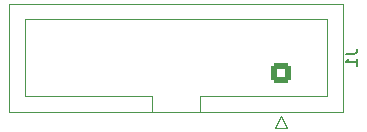
<source format=gbr>
%TF.GenerationSoftware,KiCad,Pcbnew,(7.0.0)*%
%TF.CreationDate,2023-03-26T07:24:26-07:00*%
%TF.ProjectId,wyw_extra,7779775f-6578-4747-9261-2e6b69636164,rev?*%
%TF.SameCoordinates,Original*%
%TF.FileFunction,Legend,Bot*%
%TF.FilePolarity,Positive*%
%FSLAX46Y46*%
G04 Gerber Fmt 4.6, Leading zero omitted, Abs format (unit mm)*
G04 Created by KiCad (PCBNEW (7.0.0)) date 2023-03-26 07:24:26*
%MOMM*%
%LPD*%
G01*
G04 APERTURE LIST*
G04 Aperture macros list*
%AMRoundRect*
0 Rectangle with rounded corners*
0 $1 Rounding radius*
0 $2 $3 $4 $5 $6 $7 $8 $9 X,Y pos of 4 corners*
0 Add a 4 corners polygon primitive as box body*
4,1,4,$2,$3,$4,$5,$6,$7,$8,$9,$2,$3,0*
0 Add four circle primitives for the rounded corners*
1,1,$1+$1,$2,$3*
1,1,$1+$1,$4,$5*
1,1,$1+$1,$6,$7*
1,1,$1+$1,$8,$9*
0 Add four rect primitives between the rounded corners*
20,1,$1+$1,$2,$3,$4,$5,0*
20,1,$1+$1,$4,$5,$6,$7,0*
20,1,$1+$1,$6,$7,$8,$9,0*
20,1,$1+$1,$8,$9,$2,$3,0*%
G04 Aperture macros list end*
%ADD10C,0.150000*%
%ADD11C,0.120000*%
%ADD12R,1.930000X1.830000*%
%ADD13C,2.130000*%
%ADD14R,0.850000X0.850000*%
%ADD15O,0.850000X0.850000*%
%ADD16O,2.720000X3.240000*%
%ADD17R,1.800000X1.800000*%
%ADD18C,1.800000*%
%ADD19RoundRect,0.250000X0.600000X-0.600000X0.600000X0.600000X-0.600000X0.600000X-0.600000X-0.600000X0*%
%ADD20C,1.700000*%
G04 APERTURE END LIST*
D10*
%TO.C,J1*%
X83337380Y-33936666D02*
X84051666Y-33936666D01*
X84051666Y-33936666D02*
X84194523Y-33889047D01*
X84194523Y-33889047D02*
X84289761Y-33793809D01*
X84289761Y-33793809D02*
X84337380Y-33650952D01*
X84337380Y-33650952D02*
X84337380Y-33555714D01*
X84337380Y-34936666D02*
X84337380Y-34365238D01*
X84337380Y-34650952D02*
X83337380Y-34650952D01*
X83337380Y-34650952D02*
X83480238Y-34555714D01*
X83480238Y-34555714D02*
X83575476Y-34460476D01*
X83575476Y-34460476D02*
X83623095Y-34365238D01*
D11*
X77370000Y-40220000D02*
X77870000Y-39220000D01*
X78370000Y-40220000D02*
X77370000Y-40220000D01*
X77870000Y-39220000D02*
X78370000Y-40220000D01*
X54880000Y-38830000D02*
X83080000Y-38830000D01*
X71030000Y-38830000D02*
X71030000Y-37520000D01*
X83080000Y-38830000D02*
X83080000Y-29710000D01*
X56180000Y-37520000D02*
X66930000Y-37520000D01*
X66930000Y-37520000D02*
X66930000Y-38830000D01*
X66930000Y-37520000D02*
X66930000Y-37520000D01*
X71030000Y-37520000D02*
X81780000Y-37520000D01*
X81780000Y-37520000D02*
X81780000Y-31020000D01*
X56180000Y-31020000D02*
X56180000Y-37520000D01*
X81780000Y-31020000D02*
X56180000Y-31020000D01*
X54880000Y-29710000D02*
X54880000Y-38830000D01*
X83080000Y-29710000D02*
X54880000Y-29710000D01*
%TD*%
%LPC*%
D12*
%TO.C,J9*%
X27249999Y-135849999D03*
D13*
X27250000Y-124450000D03*
X27250000Y-132750000D03*
%TD*%
D14*
%TO.C,J16*%
X84749999Y-41249999D03*
D15*
X84749999Y-40249999D03*
%TD*%
D16*
%TO.C,RV1*%
X66259999Y-131974999D03*
X56659999Y-131974999D03*
D17*
X63959999Y-124474999D03*
D18*
X61460000Y-124475000D03*
X58960000Y-124475000D03*
%TD*%
D12*
%TO.C,J10*%
X48249999Y-135849999D03*
D13*
X48250000Y-124450000D03*
X48250000Y-132750000D03*
%TD*%
D12*
%TO.C,J3*%
X37749999Y-135849999D03*
D13*
X37750000Y-124450000D03*
X37750000Y-132750000D03*
%TD*%
D19*
%TO.C,J1*%
X77870000Y-35540000D03*
D20*
X77870000Y-33000000D03*
X75330000Y-35540000D03*
X75330000Y-33000000D03*
X72790000Y-35540000D03*
X72790000Y-33000000D03*
X70250000Y-35540000D03*
X70250000Y-33000000D03*
X67710000Y-35540000D03*
X67710000Y-33000000D03*
X65170000Y-35540000D03*
X65170000Y-33000000D03*
X62630000Y-35540000D03*
X62630000Y-33000000D03*
X60090000Y-35540000D03*
X60090000Y-33000000D03*
%TD*%
M02*

</source>
